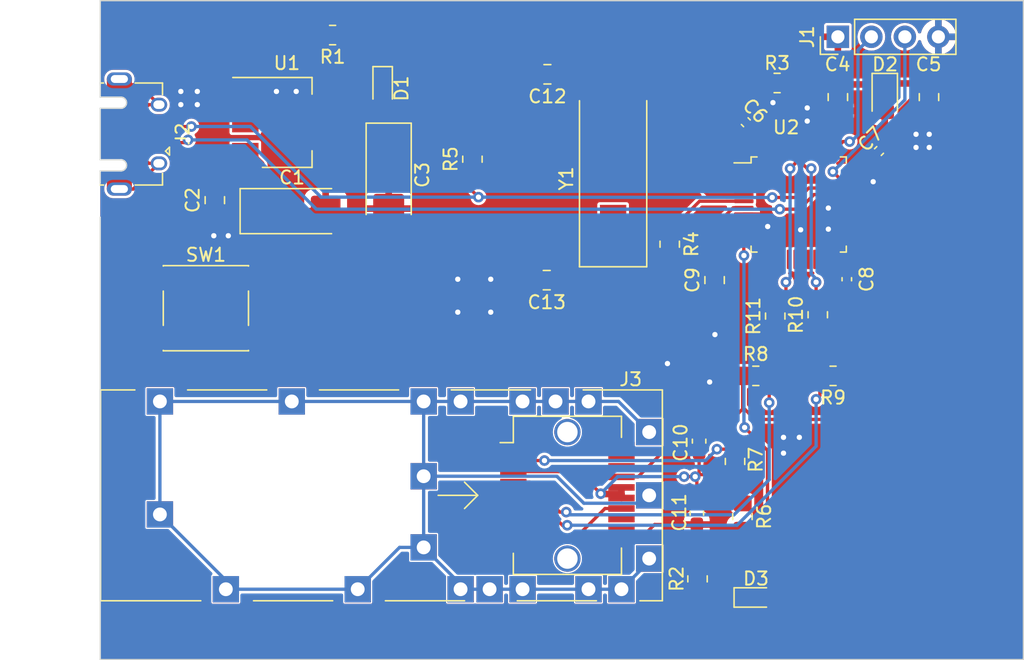
<source format=kicad_pcb>
(kicad_pcb (version 20221018) (generator pcbnew)

  (general
    (thickness 1.6)
  )

  (paper "A4")
  (title_block
    (title "Cute little SFP+ programmer")
    (date "2023-11-25")
    (rev "1.1e")
    (company "Nyanbyte P.S.A.")
    (comment 1 "by femsci")
  )

  (layers
    (0 "F.Cu" signal)
    (31 "B.Cu" signal)
    (32 "B.Adhes" user "B.Adhesive")
    (33 "F.Adhes" user "F.Adhesive")
    (34 "B.Paste" user)
    (35 "F.Paste" user)
    (36 "B.SilkS" user "B.Silkscreen")
    (37 "F.SilkS" user "F.Silkscreen")
    (38 "B.Mask" user)
    (39 "F.Mask" user)
    (40 "Dwgs.User" user "User.Drawings")
    (41 "Cmts.User" user "User.Comments")
    (42 "Eco1.User" user "User.Eco1")
    (43 "Eco2.User" user "User.Eco2")
    (44 "Edge.Cuts" user)
    (45 "Margin" user)
    (46 "B.CrtYd" user "B.Courtyard")
    (47 "F.CrtYd" user "F.Courtyard")
    (48 "B.Fab" user)
    (49 "F.Fab" user)
    (50 "User.1" user)
    (51 "User.2" user)
    (52 "User.3" user)
    (53 "User.4" user)
    (54 "User.5" user)
    (55 "User.6" user)
    (56 "User.7" user)
    (57 "User.8" user)
    (58 "User.9" user)
  )

  (setup
    (pad_to_mask_clearance 0)
    (pcbplotparams
      (layerselection 0x00010fc_ffffffff)
      (plot_on_all_layers_selection 0x0000000_00000000)
      (disableapertmacros false)
      (usegerberextensions false)
      (usegerberattributes true)
      (usegerberadvancedattributes true)
      (creategerberjobfile true)
      (dashed_line_dash_ratio 12.000000)
      (dashed_line_gap_ratio 3.000000)
      (svgprecision 4)
      (plotframeref false)
      (viasonmask false)
      (mode 1)
      (useauxorigin false)
      (hpglpennumber 1)
      (hpglpenspeed 20)
      (hpglpendiameter 15.000000)
      (dxfpolygonmode true)
      (dxfimperialunits true)
      (dxfusepcbnewfont true)
      (psnegative false)
      (psa4output false)
      (plotreference true)
      (plotvalue true)
      (plotinvisibletext false)
      (sketchpadsonfab false)
      (subtractmaskfromsilk false)
      (outputformat 1)
      (mirror false)
      (drillshape 1)
      (scaleselection 1)
      (outputdirectory "")
    )
  )

  (net 0 "")
  (net 1 "/SDA")
  (net 2 "/SCL")
  (net 3 "GND")
  (net 4 "+3.3V")
  (net 5 "VBUS")
  (net 6 "Net-(U2-NRST)")
  (net 7 "Net-(U2-PD0)")
  (net 8 "Net-(C13-Pad1)")
  (net 9 "Net-(D1-K)")
  (net 10 "Net-(D3-K)")
  (net 11 "Net-(D3-A)")
  (net 12 "/SWCLK")
  (net 13 "/SWDIO")
  (net 14 "/USB_D-")
  (net 15 "unconnected-(J3-TD--Pad19)")
  (net 16 "unconnected-(J3-TD+-Pad18)")
  (net 17 "unconnected-(J3-RD+-Pad13)")
  (net 18 "unconnected-(J3-RD--Pad12)")
  (net 19 "unconnected-(J3-RS1-Pad9)")
  (net 20 "unconnected-(J3-RX_LOS-Pad8)")
  (net 21 "unconnected-(J3-RS0-Pad7)")
  (net 22 "Net-(J3-TX_FAULT)")
  (net 23 "Net-(U2-BOOT0)")
  (net 24 "Net-(U2-PD1)")
  (net 25 "/USB_D+")
  (net 26 "Net-(U2-PB6)")
  (net 27 "Net-(U2-PB7)")
  (net 28 "unconnected-(U2-VBAT-Pad1)")
  (net 29 "unconnected-(U2-PC13-Pad2)")
  (net 30 "unconnected-(U2-PC14-Pad3)")
  (net 31 "unconnected-(U2-PC15-Pad4)")
  (net 32 "unconnected-(U2-VDDA-Pad9)")
  (net 33 "unconnected-(U2-PA0-Pad10)")
  (net 34 "unconnected-(U2-PA1-Pad11)")
  (net 35 "unconnected-(U2-PA3-Pad13)")
  (net 36 "unconnected-(U2-PA4-Pad14)")
  (net 37 "unconnected-(U2-PA5-Pad15)")
  (net 38 "unconnected-(U2-PA6-Pad16)")
  (net 39 "unconnected-(U2-PA7-Pad17)")
  (net 40 "unconnected-(U2-PB0-Pad18)")
  (net 41 "unconnected-(U2-PB1-Pad19)")
  (net 42 "unconnected-(U2-PB2-Pad20)")
  (net 43 "unconnected-(U2-PB10-Pad21)")
  (net 44 "unconnected-(U2-PB11-Pad22)")
  (net 45 "unconnected-(U2-PB12-Pad25)")
  (net 46 "unconnected-(U2-PB13-Pad26)")
  (net 47 "unconnected-(U2-PB14-Pad27)")
  (net 48 "unconnected-(U2-PB15-Pad28)")
  (net 49 "unconnected-(U2-PA8-Pad29)")
  (net 50 "unconnected-(U2-PA9-Pad30)")
  (net 51 "unconnected-(U2-PA10-Pad31)")
  (net 52 "unconnected-(U2-PA15-Pad38)")
  (net 53 "unconnected-(U2-PB3-Pad39)")
  (net 54 "unconnected-(U2-PB4-Pad40)")
  (net 55 "unconnected-(U2-PB5-Pad41)")
  (net 56 "unconnected-(U2-PB8-Pad45)")
  (net 57 "unconnected-(U2-PB9-Pad46)")
  (net 58 "unconnected-(J2-ID-Pad4)")
  (net 59 "unconnected-(J2-Shield-Pad6)")
  (net 60 "unconnected-(J3-PadCAGE)")

  (footprint "femsci:femsci_logo" (layer "F.Cu") (at 167.5 122.5329))

  (footprint "Package_QFP:LQFP-48_7x7mm_P0.5mm" (layer "F.Cu") (at 159.8292 97.5901))

  (footprint "Resistor_SMD:R_0805_2012Metric_Pad1.20x1.40mm_HandSolder" (layer "F.Cu") (at 124.4867 84.7338 180))

  (footprint "Resistor_SMD:R_0805_2012Metric_Pad1.20x1.40mm_HandSolder" (layer "F.Cu") (at 155.562 121.2723 -90))

  (footprint "Capacitor_SMD:C_0805_2012Metric_Pad1.18x1.45mm_HandSolder" (layer "F.Cu") (at 162.801 89.4406 -90))

  (footprint "Fiducial:Fiducial_0.5mm_Mask1mm" (layer "F.Cu")
    (tstamp 14ea980c-2a12-47ff-a045-82e6010ba4f2)
    (at 155.6636 93.0689)
    (descr "Circular Fiducial, 0.5mm bare copper, 1mm soldermask opening (Level C)")
    (tags "fiducial")
    (attr smd)
    (fp_text reference "REF**" (at 0 -1.5) (layer "F.SilkS") hide
        (effects (font (size 1 1) (thickness 0.15)))
      (tstamp dec1612e-ae79-4b7e-a1bc-496318e67555)
    )
    (fp_text value "Fiducial_0.5mm_Mask1mm" (at 0 1.5) (layer "F.Fab")
        (effects (font (size 1 1) (thickness 0.15)))
      (tstamp 9c5ba83d-58a8-44db-8e31-5f9a3f5f3ff3)
    )
    (fp_text user "${REFERENCE}" (at 0 0) (layer "F.Fab") hide
        (effects (font (size 0.2 0.2) (thickness 0.04)))
      (tstamp 18d736a6-b776-4c36-ada2-451fdd6353f8)
    )
    (fp_circle (center 0 0) (end 0.75 0)
      (stroke (width 0.05) (type solid)) (fill none) (layer "F.CrtYd") (tstamp 5d9827e7-c5ee-404f-a391-ad51d3d6dc5e))
    (fp_circle (center 0 0) (end 0.5 0)
      (stroke (width 0.1) (type solid)) (fill none) (layer "F.Fab") (tstamp 462c337d-f0f8-49a2-9c5f-53411476a032))
    (pad "" smd circle (at 0 0) (size 0.5 0.5) (layers "F.Cu" "F.Mask")
      (solder_mask_margin 0.25) (clearance 0.25) (tstamp dc163
... [669587 chars truncated]
</source>
